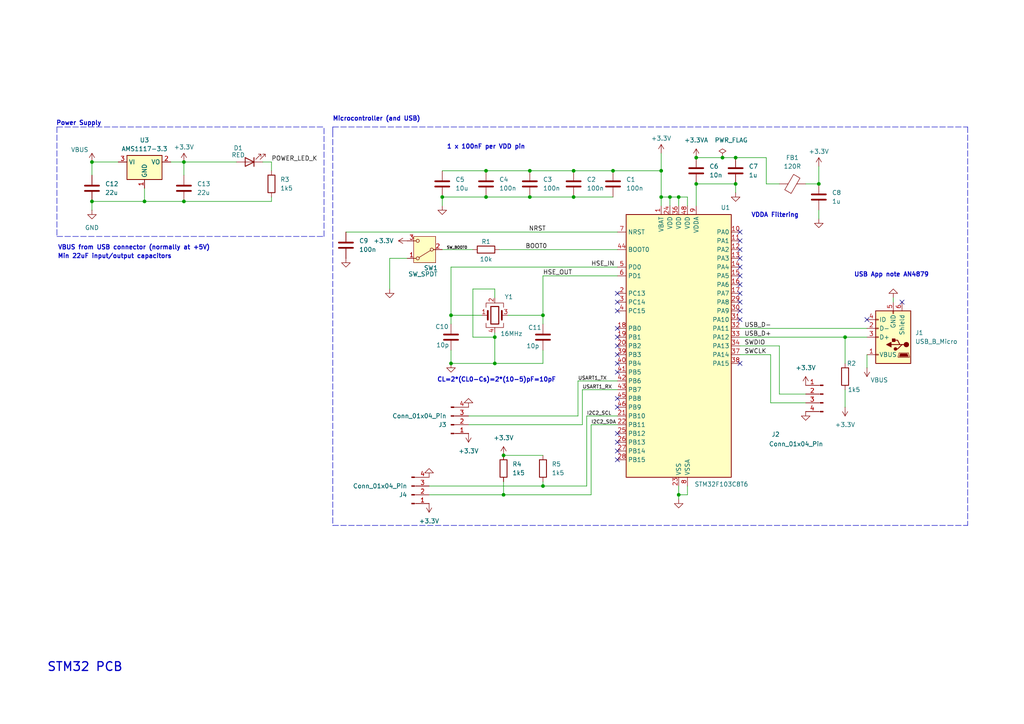
<source format=kicad_sch>
(kicad_sch (version 20250114) (generator "eeschema") (generator_version "9.0")
  (paper "A4")
  (title_block (title "STM32F103T8T6") (date "2025-05-11") (rev "0.1") (company "Viraj Cz Company"))
  (lib_symbols
    (symbol "Connector:Conn_01x04_Pin" (pin_names (offset 1.016) (hide yes))
      (property "Reference" "J" (at 0 5.08 0))
      (property "Value" "Conn_01x04_Pin" (at 0 -7.62 0))
      (symbol "Conn_01x04_Pin_1_1"
        (rectangle (start 0.8636 2.667) (end 0 2.413) (stroke (width 0.1524)) (fill (type outline)))
        (rectangle (start 0.8636 0.127) (end 0 -0.127) (stroke (width 0.1524)) (fill (type outline)))
        (rectangle (start 0.8636 -2.413) (end 0 -2.667) (stroke (width 0.1524)) (fill (type outline)))
        (rectangle (start 0.8636 -4.953) (end 0 -5.207) (stroke (width 0.1524)) (fill (type outline)))
        (polyline (pts (xy 1.27 2.54) (xy 0.8636 2.54)) (stroke (width 0.1524)))
        (polyline (pts (xy 1.27 0) (xy 0.8636 0)) (stroke (width 0.1524)))
        (polyline (pts (xy 1.27 -2.54) (xy 0.8636 -2.54)) (stroke (width 0.1524)))
        (polyline (pts (xy 1.27 -5.08) (xy 0.8636 -5.08)) (stroke (width 0.1524)))
        (pin passive line (at 5.08 2.54 180) (length 3.81) (name "Pin_1") (number "1"))
        (pin passive line (at 5.08 0 180) (length 3.81) (name "Pin_2") (number "2"))
        (pin passive line (at 5.08 -2.54 180) (length 3.81) (name "Pin_3") (number "3"))
        (pin passive line (at 5.08 -5.08 180) (length 3.81) (name "Pin_4") (number "4"))
      )
    )
    (symbol "Connector:USB_B_Micro" (pin_names (offset 1.016))
      (property "Reference" "J" (at -5.08 11.43 0))
      (property "Value" "USB_B_Micro" (at -5.08 8.89 0))
      (symbol "USB_B_Micro_0_1"
        (rectangle (start -5.08 -7.62) (end 5.08 7.62) (stroke (width 0.254)) (fill (type background)))
        (polyline (pts (xy -4.699 5.842) (xy -4.699 5.588) (xy -4.445 4.826) (xy -4.445 4.572) (xy -1.651 4.572) (xy -1.651 4.826) (xy -1.397 5.588) (xy -1.397 5.842) (xy -4.699 5.842)))
        (polyline (pts (xy -4.318 5.588) (xy -1.778 5.588) (xy -2.032 4.826) (xy -4.064 4.826) (xy -4.318 5.588)) (fill (type outline)))
        (circle (center -3.81 2.159) (radius 0.635) (stroke (width 0.254)) (fill (type outline)))
        (polyline (pts (xy -3.175 2.159) (xy -2.54 2.159) (xy -1.27 3.429) (xy -0.635 3.429)) (stroke (width 0.254)))
        (polyline (pts (xy -2.54 2.159) (xy -1.905 2.159) (xy -1.27 0.889) (xy 0 0.889)) (stroke (width 0.254)))
        (polyline (pts (xy -1.905 2.159) (xy 0.635 2.159)) (stroke (width 0.254)))
        (circle (center -0.635 3.429) (radius 0.381) (stroke (width 0.254)) (fill (type outline)))
        (rectangle (start -0.127 -7.62) (end 0.127 -6.858))
        (rectangle (start 0.254 1.27) (end -0.508 0.508) (stroke (width 0.254)) (fill (type outline)))
        (polyline (pts (xy 0.635 2.794) (xy 0.635 1.524) (xy 1.905 2.159) (xy 0.635 2.794)) (stroke (width 0.254)) (fill (type outline)))
        (rectangle (start 5.08 4.953) (end 4.318 5.207))
        (rectangle (start 5.08 -0.127) (end 4.318 0.127))
        (rectangle (start 5.08 -2.667) (end 4.318 -2.413))
        (rectangle (start 5.08 -5.207) (end 4.318 -4.953))
      )
      (symbol "USB_B_Micro_1_1"
        (pin passive line (at -2.54 -10.16 90) (length 2.54) (name "Shield") (number "6"))
        (pin power_out line (at 0 -10.16 90) (length 2.54) (name "GND") (number "5"))
        (pin power_out line (at 7.62 5.08 180) (length 2.54) (name "VBUS") (number "1"))
        (pin bidirectional line (at 7.62 0 180) (length 2.54) (name "D+") (number "3"))
        (pin bidirectional line (at 7.62 -2.54 180) (length 2.54) (name "D-") (number "2"))
        (pin passive line (at 7.62 -5.08 180) (length 2.54) (name "ID") (number "4"))
      )
    )
    (symbol "Device:C" (pin_numbers (hide yes)) (pin_names (offset 0.254))
      (property "Reference" "C" (at 0.635 2.54 0))
      (property "Value" "C" (at 0.635 -2.54 0))
      (symbol "C_0_1"
        (polyline (pts (xy -2.032 0.762) (xy 2.032 0.762)) (stroke (width 0.508)))
        (polyline (pts (xy -2.032 -0.762) (xy 2.032 -0.762)) (stroke (width 0.508)))
      )
      (symbol "C_1_1"
        (pin passive line (at 0 3.81 270) (length 2.794) (name "~") (number "1"))
        (pin passive line (at 0 -3.81 90) (length 2.794) (name "~") (number "2"))
      )
    )
    (symbol "Device:Crystal_GND24" (pin_names (offset 1.016) (hide yes))
      (property "Reference" "Y" (at 3.175 5.08 0))
      (property "Value" "Crystal_GND24" (at 3.175 3.175 0))
      (symbol "Crystal_GND24_0_1"
        (polyline (pts (xy -2.54 2.286) (xy -2.54 3.556) (xy 2.54 3.556) (xy 2.54 2.286)))
        (polyline (pts (xy -2.54 0) (xy -2.032 0)))
        (polyline (pts (xy -2.54 -2.286) (xy -2.54 -3.556) (xy 2.54 -3.556) (xy 2.54 -2.286)))
        (polyline (pts (xy -2.032 -1.27) (xy -2.032 1.27)) (stroke (width 0.508)))
        (rectangle (start -1.143 2.54) (end 1.143 -2.54) (stroke (width 0.3048)))
        (polyline (pts (xy 0 3.556) (xy 0 3.81)))
        (polyline (pts (xy 0 -3.81) (xy 0 -3.556)))
        (polyline (pts (xy 2.032 0) (xy 2.54 0)))
        (polyline (pts (xy 2.032 -1.27) (xy 2.032 1.27)) (stroke (width 0.508)))
      )
      (symbol "Crystal_GND24_1_1"
        (pin passive line (at -3.81 0 0) (length 1.27) (name "1") (number "1"))
        (pin passive line (at 0 5.08 270) (length 1.27) (name "2") (number "2"))
        (pin passive line (at 0 -5.08 90) (length 1.27) (name "4") (number "4"))
        (pin passive line (at 3.81 0 180) (length 1.27) (name "3") (number "3"))
      )
    )
    (symbol "Device:FerriteBead" (pin_numbers (hide yes)) (pin_names (offset 0))
      (property "Reference" "FB" (at -3.81 0.635 90))
      (property "Value" "FerriteBead" (at 3.81 0 90))
      (symbol "FerriteBead_0_1"
        (polyline (pts (xy -2.7686 0.4064) (xy -1.7018 2.2606) (xy 2.7686 -0.3048) (xy 1.6764 -2.159) (xy -2.7686 0.4064)))
        (polyline (pts (xy 0 1.27) (xy 0 1.2954)))
        (polyline (pts (xy 0 -1.27) (xy 0 -1.2192)))
      )
      (symbol "FerriteBead_1_1"
        (pin passive line (at 0 3.81 270) (length 2.54) (name "~") (number "1"))
        (pin passive line (at 0 -3.81 90) (length 2.54) (name "~") (number "2"))
      )
    )
    (symbol "Device:LED" (pin_numbers (hide yes)) (pin_names (offset 1.016) (hide yes))
      (property "Reference" "D" (at 0 2.54 0))
      (property "Value" "LED" (at 0 -2.54 0))
      (symbol "LED_0_1"
        (polyline (pts (xy -3.048 -0.762) (xy -4.572 -2.286) (xy -3.81 -2.286) (xy -4.572 -2.286) (xy -4.572 -1.524)))
        (polyline (pts (xy -1.778 -0.762) (xy -3.302 -2.286) (xy -2.54 -2.286) (xy -3.302 -2.286) (xy -3.302 -1.524)))
        (polyline (pts (xy -1.27 0) (xy 1.27 0)))
        (polyline (pts (xy -1.27 -1.27) (xy -1.27 1.27)) (stroke (width 0.254)))
        (polyline (pts (xy 1.27 -1.27) (xy 1.27 1.27) (xy -1.27 0) (xy 1.27 -1.27)) (stroke (width 0.254)))
      )
      (symbol "LED_1_1"
        (pin passive line (at -3.81 0 0) (length 2.54) (name "K") (number "1"))
        (pin passive line (at 3.81 0 180) (length 2.54) (name "A") (number "2"))
      )
    )
    (symbol "Device:R" (pin_numbers (hide yes)) (pin_names (offset 0))
      (property "Reference" "R" (at 2.032 0 90))
      (property "Value" "R" (at 0 0 90))
      (symbol "R_0_1"
        (rectangle (start -1.016 -2.54) (end 1.016 2.54) (stroke (width 0.254)))
      )
      (symbol "R_1_1"
        (pin passive line (at 0 3.81 270) (length 1.27) (name "~") (number "1"))
        (pin passive line (at 0 -3.81 90) (length 1.27) (name "~") (number "2"))
      )
    )
    (symbol "MCU_ST_STM32F1:STM32F103C8Tx"
      (property "Reference" "U" (at -15.24 39.37 0))
      (property "Value" "STM32F103C8Tx" (at 7.62 39.37 0))
      (symbol "STM32F103C8Tx_0_1"
        (rectangle (start -15.24 -38.1) (end 15.24 38.1) (stroke (width 0.254)) (fill (type background)))
      )
      (symbol "STM32F103C8Tx_1_1"
        (pin input line (at -17.78 33.02 0) (length 2.54) (name "NRST") (number "7"))
        (pin input line (at -17.78 27.94 0) (length 2.54) (name "BOOT0") (number "44"))
        (pin bidirectional line (at -17.78 22.86 0) (length 2.54) (name "PD0") (number "5"))
        (pin bidirectional line (at -17.78 20.32 0) (length 2.54) (name "PD1") (number "6"))
        (pin bidirectional line (at -17.78 15.24 0) (length 2.54) (name "PC13") (number "2"))
        (pin bidirectional line (at -17.78 12.7 0) (length 2.54) (name "PC14") (number "3"))
        (pin bidirectional line (at -17.78 10.16 0) (length 2.54) (name "PC15") (number "4"))
        (pin bidirectional line (at -17.78 5.08 0) (length 2.54) (name "PB0") (number "18"))
        (pin bidirectional line (at -17.78 2.54 0) (length 2.54) (name "PB1") (number "19"))
        (pin bidirectional line (at -17.78 0 0) (length 2.54) (name "PB2") (number "20"))
        (pin bidirectional line (at -17.78 -2.54 0) (length 2.54) (name "PB3") (number "39"))
        (pin bidirectional line (at -17.78 -5.08 0) (length 2.54) (name "PB4") (number "40"))
        (pin bidirectional line (at -17.78 -7.62 0) (length 2.54) (name "PB5") (number "41"))
        (pin bidirectional line (at -17.78 -10.16 0) (length 2.54) (name "PB6") (number "42"))
        (pin bidirectional line (at -17.78 -12.7 0) (length 2.54) (name "PB7") (number "43"))
        (pin bidirectional line (at -17.78 -15.24 0) (length 2.54) (name "PB8") (number "45"))
        (pin bidirectional line (at -17.78 -17.78 0) (length 2.54) (name "PB9") (number "46"))
        (pin bidirectional line (at -17.78 -20.32 0) (length 2.54) (name "PB10") (number "21"))
        (pin bidirectional line (at -17.78 -22.86 0) (length 2.54) (name "PB11") (number "22"))
        (pin bidirectional line (at -17.78 -25.4 0) (length 2.54) (name "PB12") (number "25"))
        (pin bidirectional line (at -17.78 -27.94 0) (length 2.54) (name "PB13") (number "26"))
        (pin bidirectional line (at -17.78 -30.48 0) (length 2.54) (name "PB14") (number "27"))
        (pin bidirectional line (at -17.78 -33.02 0) (length 2.54) (name "PB15") (number "28"))
        (pin power_in line (at -5.08 40.64 270) (length 2.54) (name "VBAT") (number "1"))
        (pin power_in line (at -2.54 40.64 270) (length 2.54) (name "VDD") (number "24"))
        (pin power_in line (at 0 40.64 270) (length 2.54) (name "VDD") (number "36"))
        (pin power_in line (at 0 -40.64 90) (length 2.54) (name "VSS") (number "23"))
        (pin passive line (at 0 -40.64 90) (length 2.54) (hide yes) (name "VSS") (number "35"))
        (pin passive line (at 0 -40.64 90) (length 2.54) (hide yes) (name "VSS") (number "47"))
        (pin power_in line (at 2.54 40.64 270) (length 2.54) (name "VDD") (number "48"))
        (pin power_in line (at 2.54 -40.64 90) (length 2.54) (name "VSSA") (number "8"))
        (pin power_in line (at 5.08 40.64 270) (length 2.54) (name "VDDA") (number "9"))
        (pin bidirectional line (at 17.78 33.02 180) (length 2.54) (name "PA0") (number "10"))
        (pin bidirectional line (at 17.78 30.48 180) (length 2.54) (name "PA1") (number "11"))
        (pin bidirectional line (at 17.78 27.94 180) (length 2.54) (name "PA2") (number "12"))
        (pin bidirectional line (at 17.78 25.4 180) (length 2.54) (name "PA3") (number "13"))
        (pin bidirectional line (at 17.78 22.86 180) (length 2.54) (name "PA4") (number "14"))
        (pin bidirectional line (at 17.78 20.32 180) (length 2.54) (name "PA5") (number "15"))
        (pin bidirectional line (at 17.78 17.78 180) (length 2.54) (name "PA6") (number "16"))
        (pin bidirectional line (at 17.78 15.24 180) (length 2.54) (name "PA7") (number "17"))
        (pin bidirectional line (at 17.78 12.7 180) (length 2.54) (name "PA8") (number "29"))
        (pin bidirectional line (at 17.78 10.16 180) (length 2.54) (name "PA9") (number "30"))
        (pin bidirectional line (at 17.78 7.62 180) (length 2.54) (name "PA10") (number "31"))
        (pin bidirectional line (at 17.78 5.08 180) (length 2.54) (name "PA11") (number "32"))
        (pin bidirectional line (at 17.78 2.54 180) (length 2.54) (name "PA12") (number "33"))
        (pin bidirectional line (at 17.78 0 180) (length 2.54) (name "PA13") (number "34"))
        (pin bidirectional line (at 17.78 -2.54 180) (length 2.54) (name "PA14") (number "37"))
        (pin bidirectional line (at 17.78 -5.08 180) (length 2.54) (name "PA15") (number "38"))
      )
    )
    (symbol "Regulator_Linear:AMS1117-3.3"
      (property "Reference" "U" (at -3.81 3.175 0))
      (property "Value" "AMS1117-3.3" (at 0 3.175 0))
      (symbol "AMS1117-3.3_0_1"
        (rectangle (start -5.08 -5.08) (end 5.08 1.905) (stroke (width 0.254)) (fill (type background)))
      )
      (symbol "AMS1117-3.3_1_1"
        (pin power_in line (at -7.62 0 0) (length 2.54) (name "VI") (number "3"))
        (pin power_in line (at 0 -7.62 90) (length 2.54) (name "GND") (number "1"))
        (pin power_out line (at 7.62 0 180) (length 2.54) (name "VO") (number "2"))
      )
    )
    (symbol "Switch:SW_SPDT" (pin_names (offset 0) (hide yes))
      (property "Reference" "SW" (at 0 5.08 0))
      (property "Value" "SW_SPDT" (at 0 -5.08 0))
      (symbol "SW_SPDT_0_1"
        (circle (center -2.032 0) (radius 0.4572))
        (polyline (pts (xy -1.651 0.254) (xy 1.651 2.286)))
        (circle (center 2.032 2.54) (radius 0.4572))
        (circle (center 2.032 -2.54) (radius 0.4572))
      )
      (symbol "SW_SPDT_1_1"
        (rectangle (start -3.175 3.81) (end 3.175 -3.81) (fill (type background)))
        (pin passive line (at -5.08 0 0) (length 2.54) (name "B") (number "2"))
        (pin passive line (at 5.08 2.54 180) (length 2.54) (name "A") (number "1"))
        (pin passive line (at 5.08 -2.54 180) (length 2.54) (name "C") (number "3"))
      )
    )
    (symbol "power:+3.3V" (power) (pin_numbers (hide yes)) (pin_names (offset 0) (hide yes))
      (property "Value" "+3.3V" (at 0 3.556 0))
      (symbol "+3.3V_0_1"
        (polyline (pts (xy -0.762 1.27) (xy 0 2.54)))
        (polyline (pts (xy 0 2.54) (xy 0.762 1.27)))
        (polyline (pts (xy 0 0) (xy 0 2.54)))
      )
      (symbol "+3.3V_1_1"
        (pin power_in line (at 0 0 90) (length 0) (name "~") (number "1"))
      )
    )
    (symbol "power:+3.3VA" (power) (pin_numbers (hide yes)) (pin_names (offset 0) (hide yes))
      (property "Value" "+3.3VA" (at 0 3.556 0))
      (symbol "+3.3VA_0_1"
        (polyline (pts (xy -0.762 1.27) (xy 0 2.54)))
        (polyline (pts (xy 0 2.54) (xy 0.762 1.27)))
        (polyline (pts (xy 0 0) (xy 0 2.54)))
      )
      (symbol "+3.3VA_1_1"
        (pin power_in line (at 0 0 90) (length 0) (name "~") (number "1"))
      )
    )
    (symbol "power:GND" (power) (pin_numbers (hide yes)) (pin_names (offset 0) (hide yes))
      (property "Value" "GND" (at 0 -3.81 0))
      (symbol "GND_0_1"
        (polyline (pts (xy 0 0) (xy 0 -1.27) (xy 1.27 -1.27) (xy 0 -2.54) (xy -1.27 -1.27) (xy 0 -1.27)))
      )
      (symbol "GND_1_1"
        (pin power_in line (at 0 0 270) (length 0) (name "~") (number "1"))
      )
    )
    (symbol "power:PWR_FLAG" (power) (pin_numbers (hide yes)) (pin_names (offset 0) (hide yes))
      (property "Value" "PWR_FLAG" (at 0 3.81 0))
      (symbol "PWR_FLAG_0_0"
        (pin power_out line (at 0 0 90) (length 0) (name "~") (number "1"))
      )
      (symbol "PWR_FLAG_0_1"
        (polyline (pts (xy 0 0) (xy 0 1.27) (xy -1.016 1.905) (xy 0 2.54) (xy 1.016 1.905) (xy 0 1.27)))
      )
    )
    (symbol "power:VBUS" (power) (pin_numbers (hide yes)) (pin_names (offset 0) (hide yes))
      (property "Value" "VBUS" (at 0 3.556 0))
      (symbol "VBUS_0_1"
        (polyline (pts (xy -0.762 1.27) (xy 0 2.54)))
        (polyline (pts (xy 0 2.54) (xy 0.762 1.27)))
        (polyline (pts (xy 0 0) (xy 0 2.54)))
      )
      (symbol "VBUS_1_1"
        (pin power_in line (at 0 0 90) (length 0) (name "~") (number "1"))
      )
    )
  )
  (text "STM32 PCB" (at 24.638 193.548 0) (effects (font (size 2.54 2.54) (thickness 0.3556) (bold yes))))
  (text "Min 22uF input/output capacitors" (at 33.274 74.422 0) (effects (font (size 1.27 1.27) (thickness 0.254) (bold yes))))
  (text "USB App note AN4879" (at 258.572 79.756 0) (effects (font (size 1.27 1.27) (thickness 0.254) (bold yes))))
  (text "VBUS from USB connector (normally at +5V)" (at 38.862 71.882 0) (effects (font (size 1.27 1.27) (thickness 0.254) (bold yes))))
  (text "Power Supply" (at 22.86 35.814 0) (effects (font (size 1.27 1.27) (thickness 0.254) (bold yes))))
  (text "1 x 100nF per VDD pin" (at 140.97 42.672 0) (effects (font (size 1.27 1.27) (thickness 0.254) (bold yes))))
  (text "VDDA Filtering" (at 224.79 62.484 0) (effects (font (size 1.27 1.27) (thickness 0.254) (bold yes))))
  (text "Microcontroller (and USB)" (at 109.22 34.544 0) (effects (font (size 1.27 1.27) (thickness 0.254) (bold yes))))
  (text "CL=2*(CL0-Cs)=2*(10-5)pF=10pF" (at 144.018 110.236 0) (effects (font (size 1.27 1.27) (thickness 0.254) (bold yes))))
  (junction (at 153.67 49.53))
  (junction (at 237.49 53.34))
  (junction (at 157.48 91.44))
  (junction (at 146.05 132.08))
  (junction (at 143.51 105.41))
  (junction (at 177.8 49.53))
  (junction (at 140.97 49.53))
  (junction (at 128.27 57.15))
  (junction (at 166.37 49.53))
  (junction (at 209.55 45.72))
  (junction (at 201.93 45.72))
  (junction (at 41.91 58.42))
  (junction (at 26.67 46.99))
  (junction (at 130.81 105.41))
  (junction (at 191.77 57.15))
  (junction (at 191.77 49.53))
  (junction (at 140.97 57.15))
  (junction (at 53.34 58.42))
  (junction (at 166.37 57.15))
  (junction (at 146.05 143.51))
  (junction (at 157.48 140.97))
  (junction (at 143.51 97.79))
  (junction (at 53.34 46.99))
  (junction (at 26.67 58.42))
  (junction (at 201.93 53.34))
  (junction (at 196.85 143.51))
  (junction (at 153.67 57.15))
  (junction (at 245.11 97.79))
  (junction (at 213.36 53.34))
  (junction (at 130.81 91.44))
  (junction (at 196.85 57.15))
  (junction (at 213.36 45.72))
  (junction (at 194.31 57.15))
  (no_connect (at 261.62 87.63))
  (no_connect (at 179.07 125.73))
  (no_connect (at 214.63 82.55))
  (no_connect (at 179.07 118.11))
  (no_connect (at 179.07 105.41))
  (no_connect (at 214.63 80.01))
  (no_connect (at 214.63 67.31))
  (no_connect (at 179.07 97.79))
  (no_connect (at 179.07 133.35))
  (no_connect (at 214.63 74.93))
  (no_connect (at 179.07 102.87))
  (no_connect (at 214.63 105.41))
  (no_connect (at 179.07 107.95))
  (no_connect (at 251.46 92.71))
  (no_connect (at 179.07 128.27))
  (no_connect (at 179.07 85.09))
  (no_connect (at 214.63 77.47))
  (no_connect (at 179.07 95.25))
  (no_connect (at 214.63 72.39))
  (no_connect (at 214.63 90.17))
  (no_connect (at 214.63 85.09))
  (no_connect (at 179.07 115.57))
  (no_connect (at 179.07 87.63))
  (no_connect (at 179.07 130.81))
  (no_connect (at 214.63 69.85))
  (no_connect (at 179.07 90.17))
  (no_connect (at 214.63 87.63))
  (no_connect (at 179.07 100.33))
  (no_connect (at 214.63 92.71))
  (wire (pts (xy 209.55 45.72) (xy 213.36 45.72)))
  (wire (pts (xy 245.11 97.79) (xy 251.46 97.79)))
  (wire (pts (xy 191.77 57.15) (xy 191.77 59.69)))
  (polyline (pts (xy 280.67 36.83) (xy 280.67 152.4)) (stroke (width 0) (type dash)))
  (wire (pts (xy 191.77 57.15) (xy 194.31 57.15)))
  (wire (pts (xy 124.46 143.51) (xy 146.05 143.51)))
  (wire (pts (xy 26.67 50.8) (xy 26.67 46.99)))
  (wire (pts (xy 167.64 110.49) (xy 179.07 110.49)))
  (wire (pts (xy 196.85 143.51) (xy 196.85 144.78)))
  (wire (pts (xy 143.51 97.79) (xy 143.51 96.52)))
  (wire (pts (xy 170.18 120.65) (xy 179.07 120.65)))
  (wire (pts (xy 153.67 49.53) (xy 166.37 49.53)))
  (wire (pts (xy 130.81 91.44) (xy 130.81 93.98)))
  (wire (pts (xy 49.53 46.99) (xy 53.34 46.99)))
  (wire (pts (xy 177.8 49.53) (xy 191.77 49.53)))
  (wire (pts (xy 166.37 57.15) (xy 177.8 57.15)))
  (wire (pts (xy 130.81 101.6) (xy 130.81 105.41)))
  (wire (pts (xy 222.25 53.34) (xy 222.25 45.72)))
  (polyline (pts (xy 16.51 36.83) (xy 93.98 36.83)) (stroke (width 0) (type dash)))
  (wire (pts (xy 100.33 67.31) (xy 179.07 67.31)))
  (wire (pts (xy 130.81 91.44) (xy 130.81 77.47)))
  (wire (pts (xy 130.81 77.47) (xy 179.07 77.47)))
  (wire (pts (xy 199.39 59.69) (xy 199.39 57.15)))
  (wire (pts (xy 237.49 48.26) (xy 237.49 53.34)))
  (wire (pts (xy 153.67 57.15) (xy 166.37 57.15)))
  (wire (pts (xy 143.51 86.36) (xy 143.51 83.82)))
  (wire (pts (xy 137.16 97.79) (xy 143.51 97.79)))
  (wire (pts (xy 171.45 143.51) (xy 171.45 123.19)))
  (wire (pts (xy 128.27 49.53) (xy 140.97 49.53)))
  (wire (pts (xy 233.68 53.34) (xy 237.49 53.34)))
  (wire (pts (xy 140.97 49.53) (xy 153.67 49.53)))
  (wire (pts (xy 128.27 57.15) (xy 128.27 59.69)))
  (polyline (pts (xy 93.98 68.58) (xy 93.98 36.83)) (stroke (width 0) (type dash)))
  (wire (pts (xy 143.51 105.41) (xy 157.48 105.41)))
  (wire (pts (xy 222.25 45.72) (xy 213.36 45.72)))
  (wire (pts (xy 130.81 105.41) (xy 143.51 105.41)))
  (wire (pts (xy 199.39 140.97) (xy 199.39 143.51)))
  (wire (pts (xy 199.39 143.51) (xy 196.85 143.51)))
  (wire (pts (xy 245.11 105.41) (xy 245.11 97.79)))
  (wire (pts (xy 26.67 58.42) (xy 26.67 60.96)))
  (wire (pts (xy 76.2 46.99) (xy 78.74 46.99)))
  (wire (pts (xy 233.68 116.84) (xy 223.52 116.84)))
  (wire (pts (xy 147.32 91.44) (xy 157.48 91.44)))
  (wire (pts (xy 144.78 72.39) (xy 179.07 72.39)))
  (wire (pts (xy 191.77 49.53) (xy 191.77 57.15)))
  (wire (pts (xy 78.74 57.15) (xy 78.74 58.42)))
  (polyline (pts (xy 96.52 38.1) (xy 96.52 152.4)) (stroke (width 0) (type dash)))
  (wire (pts (xy 135.89 120.65) (xy 167.64 120.65)))
  (wire (pts (xy 26.67 58.42) (xy 41.91 58.42)))
  (wire (pts (xy 41.91 54.61) (xy 41.91 58.42)))
  (wire (pts (xy 135.89 123.19) (xy 168.91 123.19)))
  (wire (pts (xy 157.48 139.7) (xy 157.48 140.97)))
  (wire (pts (xy 140.97 57.15) (xy 153.67 57.15)))
  (wire (pts (xy 113.03 74.93) (xy 118.11 74.93)))
  (wire (pts (xy 128.27 57.15) (xy 140.97 57.15)))
  (wire (pts (xy 237.49 60.96) (xy 237.49 63.5)))
  (wire (pts (xy 168.91 113.03) (xy 179.07 113.03)))
  (wire (pts (xy 213.36 53.34) (xy 213.36 55.88)))
  (wire (pts (xy 245.11 118.11) (xy 245.11 113.03)))
  (wire (pts (xy 171.45 123.19) (xy 179.07 123.19)))
  (wire (pts (xy 157.48 91.44) (xy 157.48 80.01)))
  (polyline (pts (xy 96.52 36.83) (xy 96.52 38.1)))
  (wire (pts (xy 146.05 139.7) (xy 146.05 143.51)))
  (wire (pts (xy 78.74 46.99) (xy 78.74 49.53)))
  (wire (pts (xy 214.63 102.87) (xy 223.52 102.87)))
  (wire (pts (xy 214.63 100.33) (xy 226.06 100.33)))
  (wire (pts (xy 196.85 140.97) (xy 196.85 143.51)))
  (wire (pts (xy 41.91 58.42) (xy 53.34 58.42)))
  (wire (pts (xy 168.91 123.19) (xy 168.91 113.03)))
  (polyline (pts (xy 16.51 36.83) (xy 16.51 68.58)) (stroke (width 0) (type dash)))
  (polyline (pts (xy 96.52 36.83) (xy 280.67 36.83)) (stroke (width 0) (type dash)))
  (wire (pts (xy 170.18 140.97) (xy 170.18 120.65)))
  (wire (pts (xy 53.34 46.99) (xy 68.58 46.99)))
  (wire (pts (xy 78.74 58.42) (xy 53.34 58.42)))
  (wire (pts (xy 222.25 53.34) (xy 226.06 53.34)))
  (wire (pts (xy 201.93 45.72) (xy 209.55 45.72)))
  (wire (pts (xy 113.03 83.82) (xy 113.03 74.93)))
  (wire (pts (xy 233.68 114.3) (xy 226.06 114.3)))
  (polyline (pts (xy 96.52 152.4) (xy 280.67 152.4)) (stroke (width 0) (type dash)))
  (wire (pts (xy 196.85 57.15) (xy 194.31 57.15)))
  (wire (pts (xy 199.39 57.15) (xy 196.85 57.15)))
  (wire (pts (xy 196.85 59.69) (xy 196.85 57.15)))
  (wire (pts (xy 194.31 59.69) (xy 194.31 57.15)))
  (wire (pts (xy 166.37 49.53) (xy 177.8 49.53)))
  (wire (pts (xy 53.34 46.99) (xy 53.34 50.8)))
  (wire (pts (xy 143.51 97.79) (xy 143.51 105.41)))
  (wire (pts (xy 128.27 72.39) (xy 137.16 72.39)))
  (wire (pts (xy 26.67 46.99) (xy 34.29 46.99)))
  (wire (pts (xy 157.48 140.97) (xy 170.18 140.97)))
  (wire (pts (xy 146.05 132.08) (xy 157.48 132.08)))
  (wire (pts (xy 157.48 101.6) (xy 157.48 105.41)))
  (wire (pts (xy 130.81 91.44) (xy 139.7 91.44)))
  (wire (pts (xy 259.08 87.63) (xy 259.08 86.36)))
  (wire (pts (xy 157.48 91.44) (xy 157.48 93.98)))
  (wire (pts (xy 157.48 80.01) (xy 179.07 80.01)))
  (wire (pts (xy 146.05 143.51) (xy 171.45 143.51)))
  (wire (pts (xy 214.63 95.25) (xy 251.46 95.25)))
  (wire (pts (xy 201.93 53.34) (xy 213.36 53.34)))
  (wire (pts (xy 137.16 83.82) (xy 137.16 97.79)))
  (wire (pts (xy 251.46 106.68) (xy 251.46 102.87)))
  (wire (pts (xy 201.93 53.34) (xy 201.93 59.69)))
  (polyline (pts (xy 16.51 68.58) (xy 93.98 68.58)) (stroke (width 0) (type dash)))
  (wire (pts (xy 143.51 83.82) (xy 137.16 83.82)))
  (wire (pts (xy 124.46 140.97) (xy 157.48 140.97)))
  (wire (pts (xy 167.64 120.65) (xy 167.64 110.49)))
  (wire (pts (xy 223.52 116.84) (xy 223.52 102.87)))
  (wire (pts (xy 191.77 44.45) (xy 191.77 49.53)))
  (wire (pts (xy 226.06 114.3) (xy 226.06 100.33)))
  (wire (pts (xy 214.63 97.79) (xy 245.11 97.79)))
  (label "POWER_LED_K" (at 78.74 46.99 0))
  (label "USB_D-" (at 215.9 95.25 0))
  (label " NRST" (at 152.4 67.31 0))
  (label "SWDIO" (at 215.9 100.33 0))
  (label "SW_BOOT0" (at 129.54 72.39 0) (effects (font (size 0.762 0.762))))
  (label "BOOT0" (at 152.4 72.39 0))
  (label "USART1_TX" (at 167.64 110.49 0) (effects (font (size 1.016 1.016))))
  (label "HSE_IN" (at 171.45 77.47 0))
  (label "SWCLK" (at 215.9 102.87 0))
  (label "USB_D+" (at 215.9 97.79 0))
  (label "I2C2_SDA" (at 171.45 123.19 0) (effects (font (size 1.016 1.016))))
  (label "I2C2_SCL" (at 170.18 120.65 0) (effects (font (size 1.016 1.016))))
  (label "HSE_OUT" (at 157.48 80.01 0))
  (label "USART1_RX" (at 168.91 113.03 0) (effects (font (size 1.016 1.016))))
  (symbol (lib_id "power:+3.3V") (at 233.68 111.76 0) (unit 1)
    (property "Reference" "#PWR014" (effects (hide yes)))
    (property "Value" "+3.3V" (at 233.68 106.68 0))
    (property "Description" "Power symbol creates a global label with name \"+3.3V\"" (effects (hide yes)))
  )
  (symbol (lib_id "power:GND") (at 128.27 59.69 0) (unit 1)
    (property "Reference" "#PWR03" (effects (hide yes)))
    (property "Value" "GND" (effects (hide yes)))
    (property "Description" "Power symbol creates a global label with name \"GND\" , ground" (effects (hide yes)))
  )
  (symbol (lib_id "Device:R") (at 140.97 72.39 90) (unit 1)
    (property "Reference" "R1" (at 140.97 70.104 90))
    (property "Value" "10k" (at 140.97 75.184 90))
    (property "Description" "Resistor" (effects (hide yes)))
  )
  (symbol (lib_id "power:PWR_FLAG") (at 209.55 45.72 0) (unit 1)
    (property "Reference" "#FLG01" (effects (hide yes)))
    (property "Value" "PWR_FLAG" (at 212.09 40.64 0))
    (property "Description" "Special symbol for telling ERC where power comes from" (effects (hide yes)))
  )
  (symbol (lib_id "Device:C") (at 128.27 53.34 0) (unit 1)
    (property "Reference" "C5" (at 132.08 52.0699 0) (effects (justify left)))
    (property "Value" "10u" (at 132.08 54.6099 0) (effects (justify left)))
    (property "Description" "Unpolarized capacitor" (effects (hide yes)))
  )
  (symbol (lib_id "Device:R") (at 157.48 135.89 0) (unit 1)
    (property "Reference" "R5" (at 160.02 134.6199 0) (effects (justify left)))
    (property "Value" "1k5" (at 160.02 137.1599 0) (effects (justify left)))
    (property "Description" "Resistor" (effects (hide yes)))
  )
  (symbol (lib_id "Device:C") (at 237.49 57.15 0) (unit 1)
    (property "Reference" "C8" (at 241.3 55.8799 0) (effects (justify left)))
    (property "Value" "1u" (at 241.3 58.4199 0) (effects (justify left)))
    (property "Description" "Unpolarized capacitor" (effects (hide yes)))
  )
  (symbol (lib_id "Device:R") (at 78.74 53.34 0) (unit 1)
    (property "Reference" "R3" (at 81.28 52.0699 0) (effects (justify left)))
    (property "Value" "1k5" (at 81.28 54.6099 0) (effects (justify left)))
    (property "Description" "Resistor" (effects (hide yes)))
  )
  (symbol (lib_id "Device:FerriteBead") (at 229.87 53.34 90) (unit 1)
    (property "Reference" "FB1" (at 229.8192 45.72 90))
    (property "Value" "120R" (at 229.8192 48.26 90))
    (property "Description" "Ferrite bead" (effects (hide yes)))
  )
  (symbol (lib_id "power:GND") (at 100.33 74.93 0) (unit 1)
    (property "Reference" "#PWR07" (effects (hide yes)))
    (property "Value" "GND" (effects (hide yes)))
    (property "Description" "Power symbol creates a global label with name \"GND\" , ground" (effects (hide yes)))
  )
  (symbol (lib_id "Connector:Conn_01x04_Pin") (at 238.76 114.3 0) (mirror y) (unit 1)
    (property "Reference" "J2" (at 223.774 125.984 0) (effects (justify right)))
    (property "Value" "Conn_01x04_Pin" (at 223.012 128.778 0) (effects (justify right)))
    (property "Description" "Generic connector, single row, 01x04, script generated" (effects (hide yes)))
  )
  (symbol (lib_id "Device:C") (at 53.34 54.61 0) (unit 1)
    (property "Reference" "C13" (at 57.15 53.3399 0) (effects (justify left)))
    (property "Value" "22u" (at 57.15 55.8799 0) (effects (justify left)))
    (property "Description" "Unpolarized capacitor" (effects (hide yes)))
  )
  (symbol (lib_id "power:GND") (at 213.36 55.88 0) (unit 1)
    (property "Reference" "#PWR05" (effects (hide yes)))
    (property "Value" "GND" (effects (hide yes)))
    (property "Description" "Power symbol creates a global label with name \"GND\" , ground" (effects (hide yes)))
  )
  (symbol (lib_id "power:VBUS") (at 251.46 106.68 180) (unit 1)
    (property "Reference" "#PWR012" (effects (hide yes)))
    (property "Value" "VBUS" (at 255.016 110.236 0))
    (property "Description" "Power symbol creates a global label with name \"VBUS\"" (effects (hide yes)))
  )
  (symbol (lib_id "power:+3.3V") (at 146.05 132.08 0) (unit 1)
    (property "Reference" "#PWR023" (effects (hide yes)))
    (property "Value" "+3.3V" (at 146.05 127 0))
    (property "Description" "Power symbol creates a global label with name \"+3.3V\"" (effects (hide yes)))
  )
  (symbol (lib_id "Device:C") (at 100.33 71.12 0) (unit 1)
    (property "Reference" "C9" (at 104.14 69.8499 0) (effects (justify left)))
    (property "Value" "100n" (at 104.14 72.3899 0) (effects (justify left)))
    (property "Description" "Unpolarized capacitor" (effects (hide yes)))
  )
  (symbol (lib_id "Device:C") (at 153.67 53.34 0) (unit 1)
    (property "Reference" "C3" (at 157.48 52.0699 0) (effects (justify left)))
    (property "Value" "100n" (at 157.48 54.6099 0) (effects (justify left)))
    (property "Description" "Unpolarized capacitor" (effects (hide yes)))
  )
  (symbol (lib_id "power:+3.3V") (at 118.11 69.85 90) (unit 1)
    (property "Reference" "#PWR09" (effects (hide yes)))
    (property "Value" "+3.3V" (at 111.252 69.85 90))
    (property "Description" "Power symbol creates a global label with name \"+3.3V\"" (effects (hide yes)))
  )
  (symbol (lib_id "power:+3.3V") (at 245.11 118.11 180) (unit 1)
    (property "Reference" "#PWR013" (effects (hide yes)))
    (property "Value" "+3.3V" (at 245.11 123.19 0))
    (property "Description" "Power symbol creates a global label with name \"+3.3V\"" (effects (hide yes)))
  )
  (symbol (lib_id "power:+3.3V") (at 124.46 146.05 180) (unit 1)
    (property "Reference" "#PWR022" (effects (hide yes)))
    (property "Value" "+3.3V" (at 124.46 151.13 0))
    (property "Description" "Power symbol creates a global label with name \"+3.3V\"" (effects (hide yes)))
  )
  (symbol (lib_id "Switch:SW_SPDT") (at 123.19 72.39 180) (unit 1)
    (property "Reference" "SW1" (at 124.968 77.724 0))
    (property "Value" "SW_SPDT" (at 122.682 79.502 0))
    (property "Description" "Switch, single pole double throw" (effects (hide yes)))
  )
  (symbol (lib_id "power:+3.3V") (at 237.49 48.26 0) (unit 1)
    (property "Reference" "#PWR04" (effects (hide yes)))
    (property "Value" "+3.3V" (at 237.49 43.942 0))
    (property "Description" "Power symbol creates a global label with name \"+3.3V\"" (effects (hide yes)))
  )
  (symbol (lib_id "power:GND") (at 26.67 60.96 0) (unit 1)
    (property "Reference" "#PWR016" (effects (hide yes)))
    (property "Value" "GND" (at 26.67 66.04 0))
    (property "Description" "Power symbol creates a global label with name \"GND\" , ground" (effects (hide yes)))
  )
  (symbol (lib_id "power:GND") (at 135.89 118.11 180) (unit 1)
    (property "Reference" "#PWR020" (effects (hide yes)))
    (property "Value" "GND" (effects (hide yes)))
    (property "Description" "Power symbol creates a global label with name \"GND\" , ground" (effects (hide yes)))
  )
  (symbol (lib_id "power:+3.3V") (at 191.77 44.45 0) (unit 1)
    (property "Reference" "#PWR02" (effects (hide yes)))
    (property "Value" "+3.3V" (at 191.77 40.132 0))
    (property "Description" "Power symbol creates a global label with name \"+3.3V\"" (effects (hide yes)))
  )
  (symbol (lib_id "power:VBUS") (at 26.67 46.99 0) (unit 1)
    (property "Reference" "#PWR017" (effects (hide yes)))
    (property "Value" "VBUS" (at 23.114 43.434 0))
    (property "Description" "Power symbol creates a global label with name \"VBUS\"" (effects (hide yes)))
  )
  (symbol (lib_id "Device:C") (at 213.36 49.53 0) (unit 1)
    (property "Reference" "C7" (at 217.17 48.2599 0) (effects (justify left)))
    (property "Value" "1u" (at 217.17 50.7999 0) (effects (justify left)))
    (property "Description" "Unpolarized capacitor" (effects (hide yes)))
  )
  (symbol (lib_id "power:GND") (at 259.08 86.36 180) (unit 1)
    (property "Reference" "#PWR011" (effects (hide yes)))
    (property "Value" "GND" (effects (hide yes)))
    (property "Description" "Power symbol creates a global label with name \"GND\" , ground" (effects (hide yes)))
  )
  (symbol (lib_id "power:+3.3V") (at 53.34 46.99 0) (unit 1)
    (property "Reference" "#PWR018" (effects (hide yes)))
    (property "Value" "+3.3V" (at 53.34 42.672 0))
    (property "Description" "Power symbol creates a global label with name \"+3.3V\"" (effects (hide yes)))
  )
  (symbol (lib_id "Device:C") (at 130.81 97.79 0) (unit 1)
    (property "Reference" "C10" (at 126.238 94.742 0) (effects (justify left)))
    (property "Value" "10p" (at 126.492 100.076 0) (effects (justify left)))
    (property "Description" "Unpolarized capacitor" (effects (hide yes)))
  )
  (symbol (lib_id "Device:C") (at 26.67 54.61 0) (unit 1)
    (property "Reference" "C12" (at 30.48 53.3399 0) (effects (justify left)))
    (property "Value" "22u" (at 30.48 55.8799 0) (effects (justify left)))
    (property "Description" "Unpolarized capacitor" (effects (hide yes)))
  )
  (symbol (lib_id "power:+3.3V") (at 135.89 125.73 180) (unit 1)
    (property "Reference" "#PWR019" (effects (hide yes)))
    (property "Value" "+3.3V" (at 135.89 130.81 0))
    (property "Description" "Power symbol creates a global label with name \"+3.3V\"" (effects (hide yes)))
  )
  (symbol (lib_id "Device:LED") (at 72.39 46.99 180) (unit 1)
    (property "Reference" "D1" (at 69.088 42.926 0))
    (property "Value" "RED" (at 69.088 44.958 0))
    (property "Description" "Light emitting diode" (effects (hide yes)))
    (property "Sim.Pins" "1=K 2=A" (effects (hide yes)))
  )
  (symbol (lib_id "power:+3.3VA") (at 201.93 45.72 0) (unit 1)
    (property "Reference" "#PWR024" (effects (hide yes)))
    (property "Value" "+3.3VA" (at 201.93 40.64 0))
    (property "Description" "Power symbol creates a global label with name \"+3.3VA\"" (effects (hide yes)))
  )
  (symbol (lib_id "power:GND") (at 130.81 105.41 0) (unit 1)
    (property "Reference" "#PWR010" (effects (hide yes)))
    (property "Value" "GND" (effects (hide yes)))
    (property "Description" "Power symbol creates a global label with name \"GND\" , ground" (effects (hide yes)))
  )
  (symbol (lib_id "Regulator_Linear:AMS1117-3.3") (at 41.91 46.99 0) (unit 1)
    (property "Reference" "U3" (at 41.91 40.64 0))
    (property "Value" "AMS1117-3.3" (at 41.91 43.18 0))
    (property "Footprint" "Package_TO_SOT_SMD:SOT-223-3_TabPin2" (effects (hide yes)))
    (property "Datasheet" "http://www.advanced-monolithic.com/pdf/ds1117.pdf" (effects (hide yes)))
    (property "Description" "1A Low Dropout regulator, positive, 3.3V fixed output, SOT-223" (effects (hide yes)))
  )
  (symbol (lib_id "Device:C") (at 140.97 53.34 0) (unit 1)
    (property "Reference" "C4" (at 144.78 52.0699 0) (effects (justify left)))
    (property "Value" "100n" (at 144.78 54.6099 0) (effects (justify left)))
    (property "Description" "Unpolarized capacitor" (effects (hide yes)))
  )
  (symbol (lib_id "Connector:Conn_01x04_Pin") (at 119.38 143.51 0) (mirror x) (unit 1)
    (property "Reference" "J4" (at 118.11 143.5101 0) (effects (justify right)))
    (property "Value" "Conn_01x04_Pin" (at 118.11 140.9701 0) (effects (justify right)))
    (property "Description" "Generic connector, single row, 01x04, script generated" (effects (hide yes)))
  )
  (symbol (lib_id "Device:Crystal_GND24") (at 143.51 91.44 0) (unit 1)
    (property "Reference" "Y1" (at 147.574 86.106 0))
    (property "Value" "16MHz" (at 148.336 96.774 0))
    (property "Description" "Four pin crystal, GND on pins 2 and 4" (effects (hide yes)))
  )
  (symbol (lib_id "Device:R") (at 245.11 109.22 0) (unit 1)
    (property "Reference" "R2" (at 245.618 105.41 0) (effects (justify left)))
    (property "Value" "1k5" (at 245.872 113.03 0) (effects (justify left)))
    (property "Description" "Resistor" (effects (hide yes)))
  )
  (symbol (lib_id "power:GND") (at 124.46 138.43 180) (unit 1)
    (property "Reference" "#PWR021" (effects (hide yes)))
    (property "Value" "GND" (effects (hide yes)))
    (property "Description" "Power symbol creates a global label with name \"GND\" , ground" (effects (hide yes)))
  )
  (symbol (lib_id "Connector:USB_B_Micro") (at 259.08 97.79 180) (unit 1)
    (property "Reference" "J1" (at 265.43 96.5199 0) (effects (justify right)))
    (property "Value" "USB_B_Micro" (at 265.43 99.0599 0) (effects (justify right)))
    (property "Description" "USB Micro Type B connector" (effects (hide yes)))
  )
  (symbol (lib_id "Device:C") (at 157.48 97.79 0) (unit 1)
    (property "Reference" "C11" (at 153.162 94.996 0) (effects (justify left)))
    (property "Value" "10p" (at 152.654 100.33 0) (effects (justify left)))
    (property "Description" "Unpolarized capacitor" (effects (hide yes)))
  )
  (symbol (lib_id "Device:C") (at 166.37 53.34 0) (unit 1)
    (property "Reference" "C2" (at 170.18 52.0699 0) (effects (justify left)))
    (property "Value" "100n" (at 170.18 54.6099 0) (effects (justify left)))
    (property "Description" "Unpolarized capacitor" (effects (hide yes)))
  )
  (symbol (lib_id "Device:C") (at 201.93 49.53 0) (unit 1)
    (property "Reference" "C6" (at 205.74 48.2599 0) (effects (justify left)))
    (property "Value" "10n" (at 205.74 50.7999 0) (effects (justify left)))
    (property "Description" "Unpolarized capacitor" (effects (hide yes)))
  )
  (symbol (lib_id "power:GND") (at 237.49 63.5 0) (unit 1)
    (property "Reference" "#PWR06" (effects (hide yes)))
    (property "Value" "GND" (effects (hide yes)))
    (property "Description" "Power symbol creates a global label with name \"GND\" , ground" (effects (hide yes)))
  )
  (symbol (lib_id "power:GND") (at 196.85 144.78 0) (unit 1)
    (property "Reference" "#PWR01" (effects (hide yes)))
    (property "Value" "GND" (effects (hide yes)))
    (property "Description" "Power symbol creates a global label with name \"GND\" , ground" (effects (hide yes)))
  )
  (symbol (lib_id "power:GND") (at 233.68 119.38 0) (unit 1)
    (property "Reference" "#PWR015" (effects (hide yes)))
    (property "Value" "GND" (effects (hide yes)))
    (property "Description" "Power symbol creates a global label with name \"GND\" , ground" (effects (hide yes)))
  )
  (symbol (lib_id "power:GND") (at 113.03 83.82 0) (unit 1)
    (property "Reference" "#PWR08" (effects (hide yes)))
    (property "Value" "GND" (effects (hide yes)))
    (property "Description" "Power symbol creates a global label with name \"GND\" , ground" (effects (hide yes)))
  )
  (symbol (lib_id "Device:C") (at 177.8 53.34 0) (unit 1)
    (property "Reference" "C1" (at 181.61 52.0699 0) (effects (justify left)))
    (property "Value" "100n" (at 181.61 54.6099 0) (effects (justify left)))
    (property "Description" "Unpolarized capacitor" (effects (hide yes)))
  )
  (symbol (lib_id "Connector:Conn_01x04_Pin") (at 130.81 123.19 0) (mirror x) (unit 1)
    (property "Reference" "J3" (at 129.54 123.1901 0) (effects (justify right)))
    (property "Value" "Conn_01x04_Pin" (at 129.54 120.6501 0) (effects (justify right)))
    (property "Description" "Generic connector, single row, 01x04, script generated" (effects (hide yes)))
  )
  (symbol (lib_id "MCU_ST_STM32F1:STM32F103C8Tx") (at 196.85 100.33 0) (unit 1)
    (property "Reference" "U1" (at 209.042 60.198 0) (effects (justify left)))
    (property "Value" "STM32F103C8T6" (at 201.422 140.462 0) (effects (justify left)))
    (property "Footprint" "Package_QFP:LQFP-48_7x7mm_P0.5mm" (effects (hide yes)))
    (property "Datasheet" "https://www.st.com/resource/en/datasheet/stm32f103c8.pdf" (effects (hide yes)))
    (property "Description" "STMicroelectronics Arm Cortex-M3 MCU, 64KB flash, 20KB RAM, 72 MHz, 2.0-3.6V, 37 GPIO, LQFP48" (effects (hide yes)))
  )
  (symbol (lib_id "Device:R") (at 146.05 135.89 0) (unit 1)
    (property "Reference" "R4" (at 148.59 134.6199 0) (effects (justify left)))
    (property "Value" "1k5" (at 148.59 137.1599 0) (effects (justify left)))
    (property "Description" "Resistor" (effects (hide yes)))
  )
)
</source>
